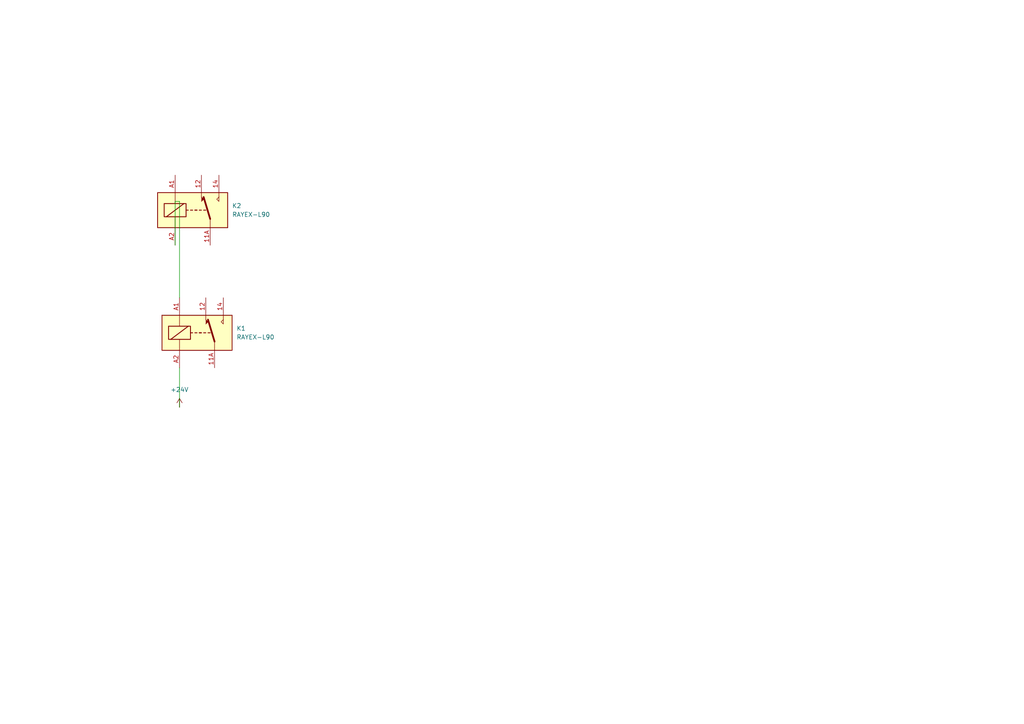
<source format=kicad_sch>
(kicad_sch (version 20231120) (generator "eeschema") (generator_version "8.0")
  (paper "A4")
  (lib_symbols
    (symbol "Relay:RAYEX-L90"
      (property "Reference" "K" (at 11.43 3.81 0))
      (property "Value" "RAYEX-L90" (at 11.43 1.27 0))
      (symbol "RAYEX-L90_1_0"
        (polyline (pts (xy 2.54 3.81) (xy 2.54 5.08)))
        (polyline (pts (xy 7.62 3.81) (xy 7.62 5.08)))
        (polyline (pts (xy 7.62 3.81) (xy 7.62 2.54) (xy 6.985 3.175) (xy 7.62 3.81)))
      )
      (symbol "RAYEX-L90_1_1"
        (rectangle (start -10.16 5.08) (end 10.16 -5.08) (stroke (width 0.254)) (fill (type background)))
        (rectangle (start -8.255 1.905) (end -1.905 -1.905) (stroke (width 0.254)))
        (polyline (pts (xy -7.62 -1.905) (xy -2.54 1.905)) (stroke (width 0.254)))
        (polyline (pts (xy -5.08 -5.08) (xy -5.08 -1.905)))
        (polyline (pts (xy -5.08 5.08) (xy -5.08 1.905)))
        (polyline (pts (xy -1.905 0) (xy -1.27 0)) (stroke (width 0.254)))
        (polyline (pts (xy -0.635 0) (xy 0 0)) (stroke (width 0.254)))
        (polyline (pts (xy 0.635 0) (xy 1.27 0)) (stroke (width 0.254)))
        (polyline (pts (xy 0.635 0) (xy 1.27 0)) (stroke (width 0.254)))
        (polyline (pts (xy 1.905 0) (xy 2.54 0)) (stroke (width 0.254)))
        (polyline (pts (xy 3.175 0) (xy 3.81 0)) (stroke (width 0.254)))
        (polyline (pts (xy 5.08 -2.54) (xy 3.175 3.81)) (stroke (width 0.508)))
        (polyline (pts (xy 5.08 -2.54) (xy 5.08 -5.08)))
        (polyline (pts (xy 2.54 2.54) (xy 3.175 3.175) (xy 2.54 3.81)) (fill (type outline)))
        (pin passive line (at 5.08 -10.16 90) (length 5.08) (name "~") (number "11A"))
        (pin passive line (at 5.08 -10.16 90) (length 5.08) hide (name "~") (number "11B"))
        (pin passive line (at 2.54 10.16 270) (length 5.08) (name "~") (number "12"))
        (pin passive line (at 7.62 10.16 270) (length 5.08) (name "~") (number "14"))
        (pin passive line (at -5.08 10.16 270) (length 5.08) (name "~") (number "A1"))
        (pin passive line (at -5.08 -10.16 90) (length 5.08) (name "~") (number "A2"))
      )
    )
    (symbol "power:+24V" (power) (pin_numbers hide) (pin_names (offset 0) hide)
      (property "Value" "+24V" (at 0 3.556 0))
      (symbol "+24V_0_1"
        (polyline (pts (xy -0.762 1.27) (xy 0 2.54)))
        (polyline (pts (xy 0 0) (xy 0 2.54)))
        (polyline (pts (xy 0 2.54) (xy 0.762 1.27)))
      )
      (symbol "+24V_1_1"
        (pin power_in line (at 0 0 90) (length 0) (name "~") (number "1"))
      )
    )
  )
  (wire (pts (xy 50.8 58.42) (xy 52.07 58.42)))
  (wire (pts (xy 52.07 86.36) (xy 52.07 58.42)))
  (wire (pts (xy 52.07 106.68) (xy 52.07 118.11)))
  (wire (pts (xy 50.8 58.42) (xy 50.8 71.12)))
  (symbol (lib_id "Relay:RAYEX-L90") (at 55.88 60.96 0) (unit 1)
    (property "Reference" "K2" (at 67.31 59.6899 0) (effects (justify left)))
    (property "Value" "RAYEX-L90" (at 67.31 62.2299 0) (effects (justify left)))
    (property "Footprint" "Relay_THT:Relay_SPDT_RAYEX-L90" (effects (hide yes)))
    (property "Datasheet" "https://a3.sofastcdn.com/attachment/7jioKBjnRiiSrjrjknRiwS77gwbf3zmp/L90-SERIES.pdf" (effects (hide yes)))
    (property "Description" "Power relay, SPDT, 30A" (effects (hide yes)))
  )
  (symbol (lib_id "power:+24V") (at 52.07 118.11 0) (unit 1)
    (property "Reference" "#PWR01" (effects (hide yes)))
    (property "Value" "+24V" (at 52.07 113.03 0))
    (property "Description" "Power symbol creates a global label with name \"+24V\"" (effects (hide yes)))
  )
  (symbol (lib_id "Relay:RAYEX-L90") (at 57.15 96.52 0) (unit 1)
    (property "Reference" "K1" (at 68.58 95.2499 0) (effects (justify left)))
    (property "Value" "RAYEX-L90" (at 68.58 97.7899 0) (effects (justify left)))
    (property "Footprint" "Relay_THT:Relay_SPDT_RAYEX-L90" (effects (hide yes)))
    (property "Datasheet" "https://a3.sofastcdn.com/attachment/7jioKBjnRiiSrjrjknRiwS77gwbf3zmp/L90-SERIES.pdf" (effects (hide yes)))
    (property "Description" "Power relay, SPDT, 30A" (effects (hide yes)))
  )
)
</source>
